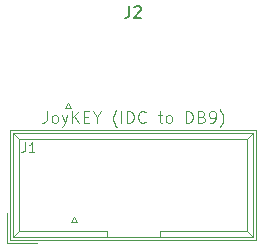
<source format=gto>
G04 #@! TF.GenerationSoftware,KiCad,Pcbnew,(5.1.8)-1*
G04 #@! TF.CreationDate,2021-01-19T01:22:03+01:00*
G04 #@! TF.ProjectId,IDC to DB9,49444320-746f-4204-9442-392e6b696361,rev?*
G04 #@! TF.SameCoordinates,Original*
G04 #@! TF.FileFunction,Legend,Top*
G04 #@! TF.FilePolarity,Positive*
%FSLAX46Y46*%
G04 Gerber Fmt 4.6, Leading zero omitted, Abs format (unit mm)*
G04 Created by KiCad (PCBNEW (5.1.8)-1) date 2021-01-19 01:22:03*
%MOMM*%
%LPD*%
G01*
G04 APERTURE LIST*
%ADD10C,0.100000*%
%ADD11C,0.120000*%
%ADD12C,0.150000*%
G04 APERTURE END LIST*
D10*
X134906666Y-82002380D02*
X134906666Y-82716666D01*
X134859047Y-82859523D01*
X134763809Y-82954761D01*
X134620952Y-83002380D01*
X134525714Y-83002380D01*
X135525714Y-83002380D02*
X135430476Y-82954761D01*
X135382857Y-82907142D01*
X135335238Y-82811904D01*
X135335238Y-82526190D01*
X135382857Y-82430952D01*
X135430476Y-82383333D01*
X135525714Y-82335714D01*
X135668571Y-82335714D01*
X135763809Y-82383333D01*
X135811428Y-82430952D01*
X135859047Y-82526190D01*
X135859047Y-82811904D01*
X135811428Y-82907142D01*
X135763809Y-82954761D01*
X135668571Y-83002380D01*
X135525714Y-83002380D01*
X136192380Y-82335714D02*
X136430476Y-83002380D01*
X136668571Y-82335714D02*
X136430476Y-83002380D01*
X136335238Y-83240476D01*
X136287619Y-83288095D01*
X136192380Y-83335714D01*
X137049523Y-83002380D02*
X137049523Y-82002380D01*
X137620952Y-83002380D02*
X137192380Y-82430952D01*
X137620952Y-82002380D02*
X137049523Y-82573809D01*
X138049523Y-82478571D02*
X138382857Y-82478571D01*
X138525714Y-83002380D02*
X138049523Y-83002380D01*
X138049523Y-82002380D01*
X138525714Y-82002380D01*
X139144761Y-82526190D02*
X139144761Y-83002380D01*
X138811428Y-82002380D02*
X139144761Y-82526190D01*
X139478095Y-82002380D01*
X140859047Y-83383333D02*
X140811428Y-83335714D01*
X140716190Y-83192857D01*
X140668571Y-83097619D01*
X140620952Y-82954761D01*
X140573333Y-82716666D01*
X140573333Y-82526190D01*
X140620952Y-82288095D01*
X140668571Y-82145238D01*
X140716190Y-82050000D01*
X140811428Y-81907142D01*
X140859047Y-81859523D01*
X141240000Y-83002380D02*
X141240000Y-82002380D01*
X141716190Y-83002380D02*
X141716190Y-82002380D01*
X141954285Y-82002380D01*
X142097142Y-82050000D01*
X142192380Y-82145238D01*
X142240000Y-82240476D01*
X142287619Y-82430952D01*
X142287619Y-82573809D01*
X142240000Y-82764285D01*
X142192380Y-82859523D01*
X142097142Y-82954761D01*
X141954285Y-83002380D01*
X141716190Y-83002380D01*
X143287619Y-82907142D02*
X143240000Y-82954761D01*
X143097142Y-83002380D01*
X143001904Y-83002380D01*
X142859047Y-82954761D01*
X142763809Y-82859523D01*
X142716190Y-82764285D01*
X142668571Y-82573809D01*
X142668571Y-82430952D01*
X142716190Y-82240476D01*
X142763809Y-82145238D01*
X142859047Y-82050000D01*
X143001904Y-82002380D01*
X143097142Y-82002380D01*
X143240000Y-82050000D01*
X143287619Y-82097619D01*
X144335238Y-82335714D02*
X144716190Y-82335714D01*
X144478095Y-82002380D02*
X144478095Y-82859523D01*
X144525714Y-82954761D01*
X144620952Y-83002380D01*
X144716190Y-83002380D01*
X145192380Y-83002380D02*
X145097142Y-82954761D01*
X145049523Y-82907142D01*
X145001904Y-82811904D01*
X145001904Y-82526190D01*
X145049523Y-82430952D01*
X145097142Y-82383333D01*
X145192380Y-82335714D01*
X145335238Y-82335714D01*
X145430476Y-82383333D01*
X145478095Y-82430952D01*
X145525714Y-82526190D01*
X145525714Y-82811904D01*
X145478095Y-82907142D01*
X145430476Y-82954761D01*
X145335238Y-83002380D01*
X145192380Y-83002380D01*
X146716190Y-83002380D02*
X146716190Y-82002380D01*
X146954285Y-82002380D01*
X147097142Y-82050000D01*
X147192380Y-82145238D01*
X147240000Y-82240476D01*
X147287619Y-82430952D01*
X147287619Y-82573809D01*
X147240000Y-82764285D01*
X147192380Y-82859523D01*
X147097142Y-82954761D01*
X146954285Y-83002380D01*
X146716190Y-83002380D01*
X148049523Y-82478571D02*
X148192380Y-82526190D01*
X148240000Y-82573809D01*
X148287619Y-82669047D01*
X148287619Y-82811904D01*
X148240000Y-82907142D01*
X148192380Y-82954761D01*
X148097142Y-83002380D01*
X147716190Y-83002380D01*
X147716190Y-82002380D01*
X148049523Y-82002380D01*
X148144761Y-82050000D01*
X148192380Y-82097619D01*
X148240000Y-82192857D01*
X148240000Y-82288095D01*
X148192380Y-82383333D01*
X148144761Y-82430952D01*
X148049523Y-82478571D01*
X147716190Y-82478571D01*
X148763809Y-83002380D02*
X148954285Y-83002380D01*
X149049523Y-82954761D01*
X149097142Y-82907142D01*
X149192380Y-82764285D01*
X149240000Y-82573809D01*
X149240000Y-82192857D01*
X149192380Y-82097619D01*
X149144761Y-82050000D01*
X149049523Y-82002380D01*
X148859047Y-82002380D01*
X148763809Y-82050000D01*
X148716190Y-82097619D01*
X148668571Y-82192857D01*
X148668571Y-82430952D01*
X148716190Y-82526190D01*
X148763809Y-82573809D01*
X148859047Y-82621428D01*
X149049523Y-82621428D01*
X149144761Y-82573809D01*
X149192380Y-82526190D01*
X149240000Y-82430952D01*
X149573333Y-83383333D02*
X149620952Y-83335714D01*
X149716190Y-83192857D01*
X149763809Y-83097619D01*
X149811428Y-82954761D01*
X149859047Y-82716666D01*
X149859047Y-82526190D01*
X149811428Y-82288095D01*
X149763809Y-82145238D01*
X149716190Y-82050000D01*
X149620952Y-81907142D01*
X149573333Y-81859523D01*
D11*
X136715500Y-81335425D02*
X136965500Y-81768438D01*
X136465500Y-81768438D02*
X136715500Y-81335425D01*
X136965500Y-81768438D02*
X136465500Y-81768438D01*
D10*
X132060000Y-83840000D02*
X152420000Y-83840000D01*
X132600000Y-84390000D02*
X151860000Y-84390000D01*
X132060000Y-92690000D02*
X152420000Y-92690000D01*
X132600000Y-92140000D02*
X139990000Y-92140000D01*
X144490000Y-92140000D02*
X151860000Y-92140000D01*
X139990000Y-92140000D02*
X139990000Y-92690000D01*
X144490000Y-92140000D02*
X144490000Y-92690000D01*
X132060000Y-83840000D02*
X132060000Y-92690000D01*
X132600000Y-84390000D02*
X132600000Y-92140000D01*
X152420000Y-83840000D02*
X152420000Y-92690000D01*
X151860000Y-84390000D02*
X151860000Y-92140000D01*
X132060000Y-83840000D02*
X132600000Y-84390000D01*
X152420000Y-83840000D02*
X151860000Y-84390000D01*
X132060000Y-92690000D02*
X132600000Y-92140000D01*
X152420000Y-92690000D02*
X151860000Y-92140000D01*
D11*
X131810000Y-83590000D02*
X152670000Y-83590000D01*
X152670000Y-83590000D02*
X152670000Y-92940000D01*
X152670000Y-92940000D02*
X131810000Y-92940000D01*
X131810000Y-92940000D02*
X131810000Y-83590000D01*
X131560000Y-93190000D02*
X134100000Y-93190000D01*
X131560000Y-93190000D02*
X131560000Y-90650000D01*
X137223500Y-90987425D02*
X137473500Y-91420438D01*
X136973500Y-91420438D02*
X137223500Y-90987425D01*
X137473500Y-91420438D02*
X136973500Y-91420438D01*
D12*
X141906666Y-73112380D02*
X141906666Y-73826666D01*
X141859047Y-73969523D01*
X141763809Y-74064761D01*
X141620952Y-74112380D01*
X141525714Y-74112380D01*
X142335238Y-73207619D02*
X142382857Y-73160000D01*
X142478095Y-73112380D01*
X142716190Y-73112380D01*
X142811428Y-73160000D01*
X142859047Y-73207619D01*
X142906666Y-73302857D01*
X142906666Y-73398095D01*
X142859047Y-73540952D01*
X142287619Y-74112380D01*
X142906666Y-74112380D01*
D10*
X133083333Y-84651904D02*
X133083333Y-85223333D01*
X133045238Y-85337619D01*
X132969047Y-85413809D01*
X132854761Y-85451904D01*
X132778571Y-85451904D01*
X133883333Y-85451904D02*
X133426190Y-85451904D01*
X133654761Y-85451904D02*
X133654761Y-84651904D01*
X133578571Y-84766190D01*
X133502380Y-84842380D01*
X133426190Y-84880476D01*
M02*

</source>
